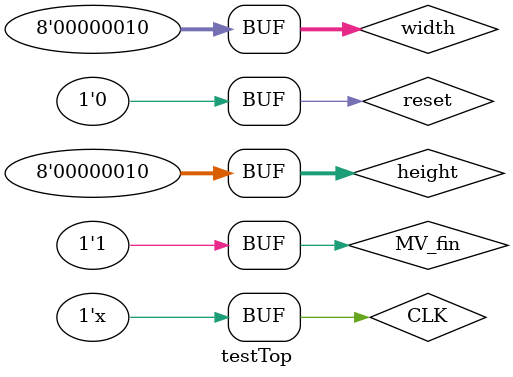
<source format=v>
`timescale 1ns / 1ps


module testTop;

	// Inputs
	reg CLK;
	reg reset;
	reg [7:0] height;
	reg [7:0] width;
	reg MV_fin;

	// Outputs
	wire LF_conceal;

	// Instantiate the Unit Under Test (UUT)
	top uut (
		.reset(reset),
		.CLK(CLK), 
		.height(height), 
		.width(width), 
		.MV_fin(MV_fin), 
		.LF_conceal(LF_conceal)
	);

	initial begin
		// Initialize Inputs
		CLK = 0;
		height = 2;
		width = 2;
		MV_fin = 0;
		reset = 1;

		// Wait 100 ns for global reset to finish
		#10;
		reset = 0;
		#100;
		MV_fin = 1;
		
        
		// Add stimulus here

	end
	always #10 CLK = ~CLK;
      
endmodule


</source>
